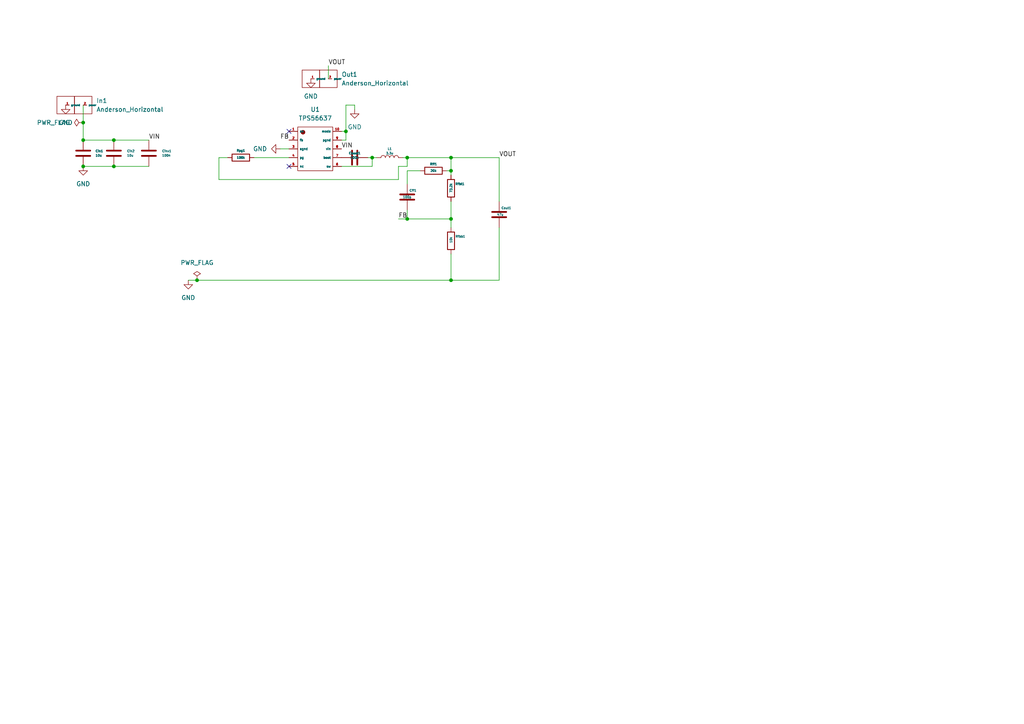
<source format=kicad_sch>
(kicad_sch (version 20230121) (generator eeschema)
  (paper "A4")
  (lib_symbols
    (symbol "Device:C" (pin_numbers hide) (pin_names (offset 0.254))
      (property "Reference" "C" (at 0.635 2.54 0))
      (property "Value" "C" (at 0.635 -2.54 0))
      (symbol "C_0_1"
        (polyline (pts (xy -2.032 -0.762) (xy 2.032 -0.762)) (stroke (width 0.508)))
        (polyline (pts (xy -2.032 0.762) (xy 2.032 0.762)) (stroke (width 0.508)))
      )
      (symbol "C_1_1"
        (pin passive line (at 0 3.81 270) (length 2.794) (name "~") (number "1"))
        (pin passive line (at 0 -3.81 90) (length 2.794) (name "~") (number "2"))
      )
    )
    (symbol "Device:L" (pin_numbers hide) (pin_names (offset 1.016) hide)
      (property "Reference" "L" (at -1.27 0 90))
      (property "Value" "L" (at 1.905 0 90))
      (symbol "L_0_1"
        (arc (start 0 -2.54) (mid 0.6323 -1.905) (end 0 -1.27))
        (arc (start 0 -1.27) (mid 0.6323 -0.635) (end 0 0))
        (arc (start 0 0) (mid 0.6323 0.635) (end 0 1.27))
        (arc (start 0 1.27) (mid 0.6323 1.905) (end 0 2.54))
      )
      (symbol "L_1_1"
        (pin passive line (at 0 3.81 270) (length 1.27) (name "1") (number "1"))
        (pin passive line (at 0 -3.81 90) (length 1.27) (name "2") (number "2"))
      )
    )
    (symbol "Device:R" (pin_numbers hide) (pin_names (offset 0))
      (property "Reference" "R" (at 2.032 0 90))
      (property "Value" "R" (at 0 0 90))
      (symbol "R_0_1"
        (rectangle (start -1.016 -2.54) (end 1.016 2.54) (stroke (width 0.254)))
      )
      (symbol "R_1_1"
        (pin passive line (at 0 3.81 270) (length 1.27) (name "~") (number "1"))
        (pin passive line (at 0 -3.81 90) (length 1.27) (name "~") (number "2"))
      )
    )
    (symbol "GND_1" (power) (pin_names (offset 0))
      (property "Value" "GND_1" (at 0 -3.81 0))
      (symbol "GND_1_0_1"
        (polyline (pts (xy 0 0) (xy 0 -1.27) (xy 1.27 -1.27) (xy 0 -2.54) (xy -1.27 -1.27) (xy 0 -1.27)))
      )
      (symbol "GND_1_1_1"
        (pin power_in line (at 0 0 270) (length 0) hide (name "GND") (number "1"))
      )
    )
    (symbol "PiE_Symbols:Anderson_Horizontal"
      (property "Reference" "U" (at 0 4.54 0))
      (property "Value" "Anderson_Horizontal" (at 0 2 0))
      (symbol "Anderson_Horizontal_0_1"
        (rectangle (start -5.08 0) (end 0 -5.08))
        (rectangle (start 0 0) (end 5.08 -5.08))
      )
      (symbol "Anderson_Horizontal_1_1"
        (pin passive line (at -2.54 -2.54 0) (length 1) (name "ground") (number "1"))
        (pin passive line (at 2.54 -2.54 0) (length 1) (name "power") (number "2"))
      )
    )
    (symbol "PiE_Symbols:TPS56637"
      (property "Reference" "U" (at 0 7 0))
      (property "Value" "TPS56637" (at 0 9 0))
      (symbol "TPS56637_0_1"
        (rectangle (start -5.08 6.35) (end 5.08 -6.35))
        (circle (center -3.556 4.826) (radius 0.568) (fill (type outline)))
      )
      (symbol "TPS56637_1_1"
        (pin passive line (at -7.62 5.08 0) (length 2.54) (name "en") (number "1"))
        (pin passive line (at 7.62 5.08 180) (length 2.54) (name "mode") (number "10"))
        (pin passive line (at -7.62 2.54 0) (length 2.54) (name "fb") (number "2"))
        (pin passive line (at -7.62 0 0) (length 2.54) (name "agnd") (number "3"))
        (pin passive line (at -7.62 -2.54 0) (length 2.54) (name "pg") (number "4"))
        (pin passive line (at -7.62 -5.08 0) (length 2.54) (name "nc") (number "5"))
        (pin passive line (at 7.62 -5.08 180) (length 2.54) (name "sw") (number "6"))
        (pin passive line (at 7.62 -2.54 180) (length 2.54) (name "boot") (number "7"))
        (pin passive line (at 7.62 0 180) (length 2.54) (name "vin") (number "8"))
        (pin passive line (at 7.62 2.54 180) (length 2.54) (name "pgnd") (number "9"))
      )
    )
    (symbol "power:GND" (power) (pin_names (offset 0))
      (property "Value" "GND" (at 0 -3.81 0))
      (symbol "GND_0_1"
        (polyline (pts (xy 0 0) (xy 0 -1.27) (xy 1.27 -1.27) (xy 0 -2.54) (xy -1.27 -1.27) (xy 0 -1.27)))
      )
      (symbol "GND_1_1"
        (pin power_in line (at 0 0 270) (length 0) hide (name "GND") (number "1"))
      )
    )
    (symbol "power:PWR_FLAG" (power) (pin_numbers hide) (pin_names (offset 0) hide)
      (property "Value" "PWR_FLAG" (at 0 3.81 0))
      (symbol "PWR_FLAG_0_0"
        (pin power_out line (at 0 0 90) (length 0) (name "pwr") (number "1"))
      )
      (symbol "PWR_FLAG_0_1"
        (polyline (pts (xy 0 0) (xy 0 1.27) (xy -1.016 1.905) (xy 0 2.54) (xy 1.016 1.905) (xy 0 1.27)))
      )
    )
  )
  (junction (at 107.95 45.72))
  (junction (at 118.11 63.5))
  (junction (at 100.33 38.1))
  (junction (at 130.81 45.72))
  (junction (at 33.02 40.64))
  (junction (at 118.11 45.72))
  (junction (at 24.13 40.64))
  (junction (at 24.13 35.56))
  (junction (at 24.13 48.26))
  (junction (at 33.02 48.26))
  (junction (at 130.81 63.5))
  (junction (at 130.81 81.28))
  (junction (at 130.81 49.53))
  (junction (at 57.15 81.28))
  (no_connect (at 83.82 38.1))
  (no_connect (at 83.82 48.26))
  (wire (pts (xy 144.78 66.04) (xy 144.78 81.28)))
  (wire (pts (xy 102.87 30.48) (xy 102.87 31.75)))
  (wire (pts (xy 115.57 63.5) (xy 118.11 63.5)))
  (wire (pts (xy 118.11 49.53) (xy 118.11 53.34)))
  (wire (pts (xy 100.33 38.1) (xy 100.33 30.48)))
  (wire (pts (xy 33.02 48.26) (xy 43.18 48.26)))
  (wire (pts (xy 99.06 40.64) (xy 100.33 40.64)))
  (wire (pts (xy 24.13 48.26) (xy 33.02 48.26)))
  (wire (pts (xy 100.33 30.48) (xy 102.87 30.48)))
  (wire (pts (xy 118.11 48.26) (xy 118.11 45.72)))
  (wire (pts (xy 115.57 52.07) (xy 115.57 48.26)))
  (wire (pts (xy 130.81 58.42) (xy 130.81 63.5)))
  (wire (pts (xy 107.95 45.72) (xy 107.95 48.26)))
  (wire (pts (xy 130.81 45.72) (xy 130.81 49.53)))
  (wire (pts (xy 121.92 49.53) (xy 118.11 49.53)))
  (wire (pts (xy 130.81 73.66) (xy 130.81 81.28)))
  (wire (pts (xy 73.66 45.72) (xy 83.82 45.72)))
  (wire (pts (xy 57.15 81.28) (xy 130.81 81.28)))
  (wire (pts (xy 115.57 48.26) (xy 118.11 48.26)))
  (wire (pts (xy 130.81 45.72) (xy 144.78 45.72)))
  (wire (pts (xy 107.95 45.72) (xy 109.22 45.72)))
  (wire (pts (xy 130.81 63.5) (xy 130.81 66.04)))
  (wire (pts (xy 24.13 40.64) (xy 33.02 40.64)))
  (wire (pts (xy 130.81 81.28) (xy 144.78 81.28)))
  (wire (pts (xy 144.78 45.72) (xy 144.78 58.42)))
  (wire (pts (xy 118.11 45.72) (xy 130.81 45.72)))
  (wire (pts (xy 33.02 40.64) (xy 43.18 40.64)))
  (wire (pts (xy 116.84 45.72) (xy 118.11 45.72)))
  (wire (pts (xy 63.5 45.72) (xy 63.5 52.07)))
  (wire (pts (xy 63.5 52.07) (xy 115.57 52.07)))
  (wire (pts (xy 81.28 43.18) (xy 83.82 43.18)))
  (wire (pts (xy 63.5 45.72) (xy 66.04 45.72)))
  (wire (pts (xy 24.13 30.48) (xy 24.13 35.56)))
  (wire (pts (xy 107.95 45.72) (xy 106.68 45.72)))
  (wire (pts (xy 118.11 63.5) (xy 130.81 63.5)))
  (wire (pts (xy 100.33 38.1) (xy 100.33 40.64)))
  (wire (pts (xy 129.54 49.53) (xy 130.81 49.53)))
  (wire (pts (xy 95.25 19.05) (xy 95.25 22.86)))
  (wire (pts (xy 118.11 60.96) (xy 118.11 63.5)))
  (wire (pts (xy 99.06 38.1) (xy 100.33 38.1)))
  (wire (pts (xy 24.13 35.56) (xy 24.13 40.64)))
  (wire (pts (xy 130.81 49.53) (xy 130.81 50.8)))
  (wire (pts (xy 99.06 48.26) (xy 107.95 48.26)))
  (wire (pts (xy 54.61 81.28) (xy 57.15 81.28)))
  (label "VOUT" (at 95.25 19.05 0))
  (label "VIN" (at 99.06 43.18 0))
  (label "VOUT" (at 144.78 45.72 0))
  (label "FB" (at 83.82 40.64 180))
  (label "FB" (at 115.57 63.5 0))
  (label "VIN" (at 43.18 40.64 0))
  (symbol (lib_id "power:GND") (at 81.28 43.18 270) (unit 1)
    (property "Reference" "#PWR06" (effects hide))
    (property "Value" "GND" (at 77.47 43.18 90) (effects (justify right)))
  )
  (symbol (lib_id "power:GND") (at 19.05 30.48 0) (unit 1)
    (property "Reference" "#PWR02" (effects hide))
    (property "Value" "GND" (at 19.05 35.56 0))
  )
  (symbol (lib_id "Device:R") (at 130.81 54.61 0) (unit 1)
    (property "Reference" "Rfbt1" (at 132.08 53.34 0) (effects (font (size 0.635 0.635)) (justify left)))
    (property "Value" "73.2k" (at 130.81 55.88 90) (effects (font (size 0.635 0.635)) (justify left)))
    (property "Footprint" "Resistor_SMD:R_0805_2012Metric" (effects hide))
  )
  (symbol (lib_id "power:PWR_FLAG") (at 57.15 81.28 0) (unit 1)
    (property "Reference" "#FLG02" (effects hide))
    (property "Value" "PWR_FLAG" (at 57.15 76.2 0))
  )
  (symbol (lib_id "power:PWR_FLAG") (at 24.13 35.56 90) (unit 1)
    (property "Reference" "#FLG01" (effects hide))
    (property "Value" "PWR_FLAG" (at 20.32 35.56 90) (effects (justify left)))
  )
  (symbol (lib_id "power:GND") (at 102.87 31.75 0) (unit 1)
    (property "Reference" "#PWR04" (effects hide))
    (property "Value" "GND" (at 102.87 36.83 0))
  )
  (symbol (lib_id "Device:C") (at 144.78 62.23 0) (unit 1)
    (property "Reference" "Cout1" (at 145.415 60.325 0) (effects (font (size 0.635 0.635)) (justify left)))
    (property "Value" "47u" (at 144.145 62.23 0) (effects (font (size 0.635 0.635)) (justify left)))
    (property "Footprint" "Capacitor_SMD:C_1210_3225Metric" (effects hide))
  )
  (symbol (lib_id "Device:C") (at 118.11 57.15 0) (unit 1)
    (property "Reference" "Cff1" (at 118.745 55.245 0) (effects (font (size 0.635 0.635)) (justify left)))
    (property "Value" "100p" (at 116.84 57.15 0) (effects (font (size 0.635 0.635)) (justify left)))
    (property "Footprint" "Capacitor_SMD:C_0805_2012Metric" (effects hide))
  )
  (symbol (lib_id "Device:R") (at 125.73 49.53 90) (unit 1)
    (property "Reference" "Rff1" (at 125.73 47.625 90) (effects (font (size 0.635 0.635))))
    (property "Value" "20k" (at 125.73 49.53 90) (effects (font (size 0.635 0.635))))
    (property "Footprint" "Resistor_SMD:R_0805_2012Metric" (effects hide))
  )
  (symbol (lib_id "Device:R") (at 130.81 69.85 0) (unit 1)
    (property "Reference" "Rfbb1" (at 132.08 68.58 0) (effects (font (size 0.635 0.635)) (justify left)))
    (property "Value" "10k" (at 130.81 70.485 90) (effects (font (size 0.635 0.635)) (justify left)))
    (property "Footprint" "Resistor_SMD:R_0805_2012Metric" (effects hide))
  )
  (symbol (lib_id "Device:L") (at 113.03 45.72 90) (unit 1)
    (property "Reference" "L1" (at 113.03 43.18 90) (effects (font (size 0.635 0.635))))
    (property "Value" "3.3u" (at 113.03 44.45 90) (effects (font (size 0.635 0.635))))
    (property "Footprint" "PiE_Footprints:TMPC1707HP-3R3MG-D" (effects hide))
  )
  (symbol (lib_id "PiE_Symbols:Anderson_Horizontal") (at 92.71 20.32 0) (unit 1)
    (property "Reference" "Out1" (at 99.06 21.5899 0) (effects (justify left)))
    (property "Value" "Anderson_Horizontal" (at 99.06 24.1299 0) (effects (justify left)))
    (property "Footprint" "PiE_Footprints:anderson_horizontal" (effects hide))
  )
  (symbol (lib_id "Device:C") (at 33.02 44.45 0) (unit 1)
    (property "Reference" "Cin2" (at 36.83 43.815 0) (effects (font (size 0.635 0.635)) (justify left)))
    (property "Value" "10u" (at 36.83 45.085 0) (effects (font (size 0.635 0.635)) (justify left)))
    (property "Footprint" "Capacitor_SMD:C_0805_2012Metric" (effects hide))
  )
  (symbol (lib_name "GND_1") (lib_id "power:GND") (at 24.13 48.26 0) (unit 1)
    (property "Reference" "#PWR01" (effects hide))
    (property "Value" "GND" (at 24.13 53.34 0))
  )
  (symbol (lib_id "PiE_Symbols:Anderson_Horizontal") (at 21.59 27.94 0) (unit 1)
    (property "Reference" "In1" (at 27.94 29.21 0) (effects (justify left)))
    (property "Value" "Anderson_Horizontal" (at 27.94 31.75 0) (effects (justify left)))
    (property "Footprint" "PiE_Footprints:anderson_horizontal" (effects hide))
  )
  (symbol (lib_id "power:GND") (at 54.61 81.28 0) (unit 1)
    (property "Reference" "#PWR03" (effects hide))
    (property "Value" "GND" (at 54.61 86.36 0))
  )
  (symbol (lib_id "power:GND") (at 90.17 22.86 0) (unit 1)
    (property "Reference" "#PWR05" (effects hide))
    (property "Value" "GND" (at 90.17 27.94 0))
  )
  (symbol (lib_id "Device:C") (at 24.13 44.45 0) (unit 1)
    (property "Reference" "Cin1" (at 27.686 43.815 0) (effects (font (size 0.635 0.635)) (justify left)))
    (property "Value" "10u" (at 27.686 45.085 0) (effects (font (size 0.635 0.635)) (justify left)))
    (property "Footprint" "Capacitor_SMD:C_0805_2012Metric" (effects hide))
  )
  (symbol (lib_id "Device:R") (at 69.85 45.72 90) (unit 1)
    (property "Reference" "Rpg1" (at 69.85 43.688 90) (effects (font (size 0.635 0.635))))
    (property "Value" "100k" (at 69.85 45.72 90) (effects (font (size 0.635 0.635))))
    (property "Footprint" "Resistor_SMD:R_0805_2012Metric" (effects hide))
  )
  (symbol (lib_id "Device:C") (at 102.87 45.72 90) (unit 1)
    (property "Reference" "Cboot1" (at 102.87 44.45 90) (effects (font (size 0.635 0.635))))
    (property "Value" "100n" (at 102.87 45.72 90) (effects (font (size 0.635 0.635))))
    (property "Footprint" "Capacitor_SMD:C_0805_2012Metric" (effects hide))
  )
  (symbol (lib_id "Device:C") (at 43.18 44.45 0) (unit 1)
    (property "Reference" "Cinx1" (at 46.99 43.815 0) (effects (font (size 0.635 0.635)) (justify left)))
    (property "Value" "100n" (at 46.99 45.085 0) (effects (font (size 0.635 0.635)) (justify left)))
    (property "Footprint" "Capacitor_SMD:C_0805_2012Metric" (effects hide))
  )
  (symbol (lib_id "PiE_Symbols:TPS56637") (at 91.44 43.18 0) (unit 1)
    (property "Reference" "U1" (at 91.44 31.75 0))
    (property "Value" "TPS56637" (at 91.44 34.29 0))
    (property "Footprint" "PiE_Footprints:TPS56637RPAR" (effects hide))
  )
)
</source>
